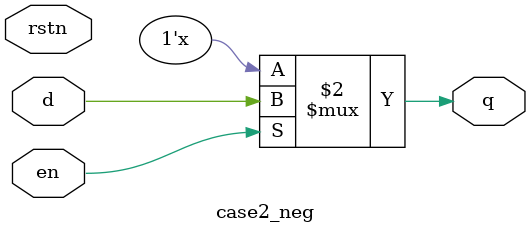
<source format=v>

module case2_neg (  input d,           
                  input en,            
                  input rstn,        
                  output reg q);      
  
   always @ (en or d)  
         if (en)  
            q <= d;  
endmodule
</source>
